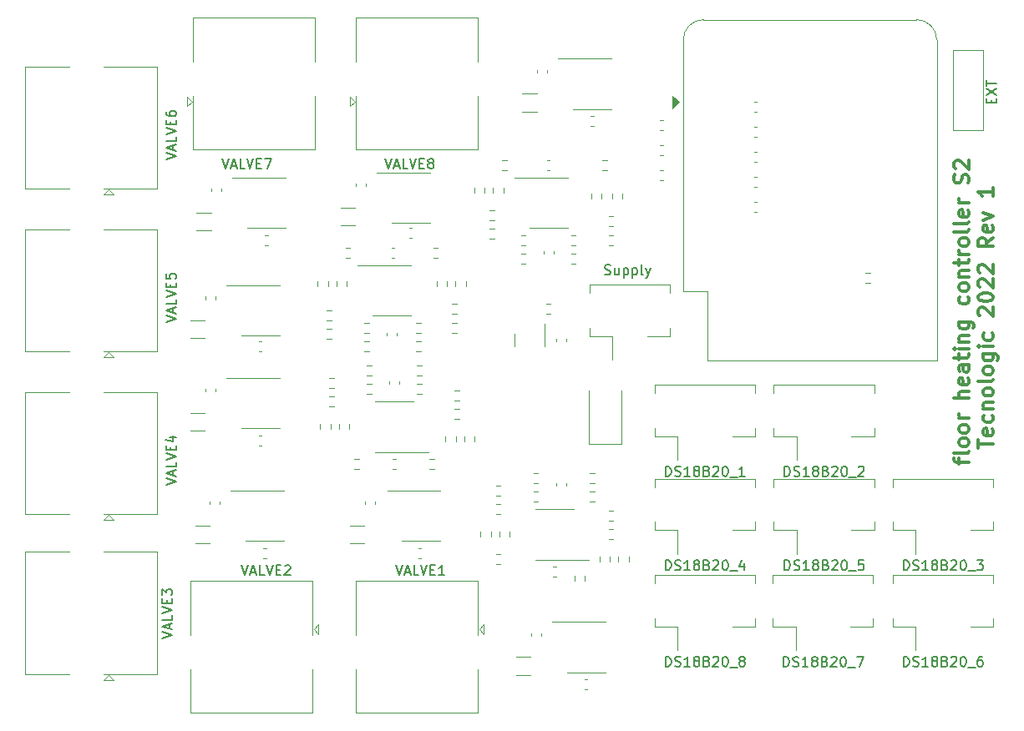
<source format=gbr>
%TF.GenerationSoftware,KiCad,Pcbnew,(6.0.9)*%
%TF.CreationDate,2022-12-08T20:01:15+01:00*%
%TF.ProjectId,floor-heating-controller-s2,666c6f6f-722d-4686-9561-74696e672d63,1*%
%TF.SameCoordinates,Original*%
%TF.FileFunction,Legend,Top*%
%TF.FilePolarity,Positive*%
%FSLAX46Y46*%
G04 Gerber Fmt 4.6, Leading zero omitted, Abs format (unit mm)*
G04 Created by KiCad (PCBNEW (6.0.9)) date 2022-12-08 20:01:15*
%MOMM*%
%LPD*%
G01*
G04 APERTURE LIST*
%ADD10C,0.304800*%
%ADD11C,0.150000*%
%ADD12C,0.120000*%
G04 APERTURE END LIST*
D10*
X141321608Y-133223000D02*
X141321608Y-132642428D01*
X142337608Y-133005285D02*
X141031322Y-133005285D01*
X140886180Y-132932714D01*
X140813608Y-132787571D01*
X140813608Y-132642428D01*
X142337608Y-131916714D02*
X142265037Y-132061857D01*
X142119894Y-132134428D01*
X140813608Y-132134428D01*
X142337608Y-131118428D02*
X142265037Y-131263571D01*
X142192465Y-131336142D01*
X142047322Y-131408714D01*
X141611894Y-131408714D01*
X141466751Y-131336142D01*
X141394180Y-131263571D01*
X141321608Y-131118428D01*
X141321608Y-130900714D01*
X141394180Y-130755571D01*
X141466751Y-130683000D01*
X141611894Y-130610428D01*
X142047322Y-130610428D01*
X142192465Y-130683000D01*
X142265037Y-130755571D01*
X142337608Y-130900714D01*
X142337608Y-131118428D01*
X142337608Y-129739571D02*
X142265037Y-129884714D01*
X142192465Y-129957285D01*
X142047322Y-130029857D01*
X141611894Y-130029857D01*
X141466751Y-129957285D01*
X141394180Y-129884714D01*
X141321608Y-129739571D01*
X141321608Y-129521857D01*
X141394180Y-129376714D01*
X141466751Y-129304142D01*
X141611894Y-129231571D01*
X142047322Y-129231571D01*
X142192465Y-129304142D01*
X142265037Y-129376714D01*
X142337608Y-129521857D01*
X142337608Y-129739571D01*
X142337608Y-128578428D02*
X141321608Y-128578428D01*
X141611894Y-128578428D02*
X141466751Y-128505857D01*
X141394180Y-128433285D01*
X141321608Y-128288142D01*
X141321608Y-128143000D01*
X142337608Y-126473857D02*
X140813608Y-126473857D01*
X142337608Y-125820714D02*
X141539322Y-125820714D01*
X141394180Y-125893285D01*
X141321608Y-126038428D01*
X141321608Y-126256142D01*
X141394180Y-126401285D01*
X141466751Y-126473857D01*
X142265037Y-124514428D02*
X142337608Y-124659571D01*
X142337608Y-124949857D01*
X142265037Y-125095000D01*
X142119894Y-125167571D01*
X141539322Y-125167571D01*
X141394180Y-125095000D01*
X141321608Y-124949857D01*
X141321608Y-124659571D01*
X141394180Y-124514428D01*
X141539322Y-124441857D01*
X141684465Y-124441857D01*
X141829608Y-125167571D01*
X142337608Y-123135571D02*
X141539322Y-123135571D01*
X141394180Y-123208142D01*
X141321608Y-123353285D01*
X141321608Y-123643571D01*
X141394180Y-123788714D01*
X142265037Y-123135571D02*
X142337608Y-123280714D01*
X142337608Y-123643571D01*
X142265037Y-123788714D01*
X142119894Y-123861285D01*
X141974751Y-123861285D01*
X141829608Y-123788714D01*
X141757037Y-123643571D01*
X141757037Y-123280714D01*
X141684465Y-123135571D01*
X141321608Y-122627571D02*
X141321608Y-122047000D01*
X140813608Y-122409857D02*
X142119894Y-122409857D01*
X142265037Y-122337285D01*
X142337608Y-122192142D01*
X142337608Y-122047000D01*
X142337608Y-121539000D02*
X141321608Y-121539000D01*
X140813608Y-121539000D02*
X140886180Y-121611571D01*
X140958751Y-121539000D01*
X140886180Y-121466428D01*
X140813608Y-121539000D01*
X140958751Y-121539000D01*
X141321608Y-120813285D02*
X142337608Y-120813285D01*
X141466751Y-120813285D02*
X141394180Y-120740714D01*
X141321608Y-120595571D01*
X141321608Y-120377857D01*
X141394180Y-120232714D01*
X141539322Y-120160142D01*
X142337608Y-120160142D01*
X141321608Y-118781285D02*
X142555322Y-118781285D01*
X142700465Y-118853857D01*
X142773037Y-118926428D01*
X142845608Y-119071571D01*
X142845608Y-119289285D01*
X142773037Y-119434428D01*
X142265037Y-118781285D02*
X142337608Y-118926428D01*
X142337608Y-119216714D01*
X142265037Y-119361857D01*
X142192465Y-119434428D01*
X142047322Y-119507000D01*
X141611894Y-119507000D01*
X141466751Y-119434428D01*
X141394180Y-119361857D01*
X141321608Y-119216714D01*
X141321608Y-118926428D01*
X141394180Y-118781285D01*
X142265037Y-116241285D02*
X142337608Y-116386428D01*
X142337608Y-116676714D01*
X142265037Y-116821857D01*
X142192465Y-116894428D01*
X142047322Y-116967000D01*
X141611894Y-116967000D01*
X141466751Y-116894428D01*
X141394180Y-116821857D01*
X141321608Y-116676714D01*
X141321608Y-116386428D01*
X141394180Y-116241285D01*
X142337608Y-115370428D02*
X142265037Y-115515571D01*
X142192465Y-115588142D01*
X142047322Y-115660714D01*
X141611894Y-115660714D01*
X141466751Y-115588142D01*
X141394180Y-115515571D01*
X141321608Y-115370428D01*
X141321608Y-115152714D01*
X141394180Y-115007571D01*
X141466751Y-114935000D01*
X141611894Y-114862428D01*
X142047322Y-114862428D01*
X142192465Y-114935000D01*
X142265037Y-115007571D01*
X142337608Y-115152714D01*
X142337608Y-115370428D01*
X141321608Y-114209285D02*
X142337608Y-114209285D01*
X141466751Y-114209285D02*
X141394180Y-114136714D01*
X141321608Y-113991571D01*
X141321608Y-113773857D01*
X141394180Y-113628714D01*
X141539322Y-113556142D01*
X142337608Y-113556142D01*
X141321608Y-113048142D02*
X141321608Y-112467571D01*
X140813608Y-112830428D02*
X142119894Y-112830428D01*
X142265037Y-112757857D01*
X142337608Y-112612714D01*
X142337608Y-112467571D01*
X142337608Y-111959571D02*
X141321608Y-111959571D01*
X141611894Y-111959571D02*
X141466751Y-111887000D01*
X141394180Y-111814428D01*
X141321608Y-111669285D01*
X141321608Y-111524142D01*
X142337608Y-110798428D02*
X142265037Y-110943571D01*
X142192465Y-111016142D01*
X142047322Y-111088714D01*
X141611894Y-111088714D01*
X141466751Y-111016142D01*
X141394180Y-110943571D01*
X141321608Y-110798428D01*
X141321608Y-110580714D01*
X141394180Y-110435571D01*
X141466751Y-110363000D01*
X141611894Y-110290428D01*
X142047322Y-110290428D01*
X142192465Y-110363000D01*
X142265037Y-110435571D01*
X142337608Y-110580714D01*
X142337608Y-110798428D01*
X142337608Y-109419571D02*
X142265037Y-109564714D01*
X142119894Y-109637285D01*
X140813608Y-109637285D01*
X142337608Y-108621285D02*
X142265037Y-108766428D01*
X142119894Y-108839000D01*
X140813608Y-108839000D01*
X142265037Y-107460142D02*
X142337608Y-107605285D01*
X142337608Y-107895571D01*
X142265037Y-108040714D01*
X142119894Y-108113285D01*
X141539322Y-108113285D01*
X141394180Y-108040714D01*
X141321608Y-107895571D01*
X141321608Y-107605285D01*
X141394180Y-107460142D01*
X141539322Y-107387571D01*
X141684465Y-107387571D01*
X141829608Y-108113285D01*
X142337608Y-106734428D02*
X141321608Y-106734428D01*
X141611894Y-106734428D02*
X141466751Y-106661857D01*
X141394180Y-106589285D01*
X141321608Y-106444142D01*
X141321608Y-106299000D01*
X142265037Y-104702428D02*
X142337608Y-104484714D01*
X142337608Y-104121857D01*
X142265037Y-103976714D01*
X142192465Y-103904142D01*
X142047322Y-103831571D01*
X141902180Y-103831571D01*
X141757037Y-103904142D01*
X141684465Y-103976714D01*
X141611894Y-104121857D01*
X141539322Y-104412142D01*
X141466751Y-104557285D01*
X141394180Y-104629857D01*
X141249037Y-104702428D01*
X141103894Y-104702428D01*
X140958751Y-104629857D01*
X140886180Y-104557285D01*
X140813608Y-104412142D01*
X140813608Y-104049285D01*
X140886180Y-103831571D01*
X140958751Y-103251000D02*
X140886180Y-103178428D01*
X140813608Y-103033285D01*
X140813608Y-102670428D01*
X140886180Y-102525285D01*
X140958751Y-102452714D01*
X141103894Y-102380142D01*
X141249037Y-102380142D01*
X141466751Y-102452714D01*
X142337608Y-103323571D01*
X142337608Y-102380142D01*
X143267248Y-131590142D02*
X143267248Y-130719285D01*
X144791248Y-131154714D02*
X143267248Y-131154714D01*
X144718677Y-129630714D02*
X144791248Y-129775857D01*
X144791248Y-130066142D01*
X144718677Y-130211285D01*
X144573534Y-130283857D01*
X143992962Y-130283857D01*
X143847820Y-130211285D01*
X143775248Y-130066142D01*
X143775248Y-129775857D01*
X143847820Y-129630714D01*
X143992962Y-129558142D01*
X144138105Y-129558142D01*
X144283248Y-130283857D01*
X144718677Y-128251857D02*
X144791248Y-128397000D01*
X144791248Y-128687285D01*
X144718677Y-128832428D01*
X144646105Y-128905000D01*
X144500962Y-128977571D01*
X144065534Y-128977571D01*
X143920391Y-128905000D01*
X143847820Y-128832428D01*
X143775248Y-128687285D01*
X143775248Y-128397000D01*
X143847820Y-128251857D01*
X143775248Y-127598714D02*
X144791248Y-127598714D01*
X143920391Y-127598714D02*
X143847820Y-127526142D01*
X143775248Y-127381000D01*
X143775248Y-127163285D01*
X143847820Y-127018142D01*
X143992962Y-126945571D01*
X144791248Y-126945571D01*
X144791248Y-126002142D02*
X144718677Y-126147285D01*
X144646105Y-126219857D01*
X144500962Y-126292428D01*
X144065534Y-126292428D01*
X143920391Y-126219857D01*
X143847820Y-126147285D01*
X143775248Y-126002142D01*
X143775248Y-125784428D01*
X143847820Y-125639285D01*
X143920391Y-125566714D01*
X144065534Y-125494142D01*
X144500962Y-125494142D01*
X144646105Y-125566714D01*
X144718677Y-125639285D01*
X144791248Y-125784428D01*
X144791248Y-126002142D01*
X144791248Y-124623285D02*
X144718677Y-124768428D01*
X144573534Y-124841000D01*
X143267248Y-124841000D01*
X144791248Y-123825000D02*
X144718677Y-123970142D01*
X144646105Y-124042714D01*
X144500962Y-124115285D01*
X144065534Y-124115285D01*
X143920391Y-124042714D01*
X143847820Y-123970142D01*
X143775248Y-123825000D01*
X143775248Y-123607285D01*
X143847820Y-123462142D01*
X143920391Y-123389571D01*
X144065534Y-123317000D01*
X144500962Y-123317000D01*
X144646105Y-123389571D01*
X144718677Y-123462142D01*
X144791248Y-123607285D01*
X144791248Y-123825000D01*
X143775248Y-122010714D02*
X145008962Y-122010714D01*
X145154105Y-122083285D01*
X145226677Y-122155857D01*
X145299248Y-122301000D01*
X145299248Y-122518714D01*
X145226677Y-122663857D01*
X144718677Y-122010714D02*
X144791248Y-122155857D01*
X144791248Y-122446142D01*
X144718677Y-122591285D01*
X144646105Y-122663857D01*
X144500962Y-122736428D01*
X144065534Y-122736428D01*
X143920391Y-122663857D01*
X143847820Y-122591285D01*
X143775248Y-122446142D01*
X143775248Y-122155857D01*
X143847820Y-122010714D01*
X144791248Y-121285000D02*
X143775248Y-121285000D01*
X143267248Y-121285000D02*
X143339820Y-121357571D01*
X143412391Y-121285000D01*
X143339820Y-121212428D01*
X143267248Y-121285000D01*
X143412391Y-121285000D01*
X144718677Y-119906142D02*
X144791248Y-120051285D01*
X144791248Y-120341571D01*
X144718677Y-120486714D01*
X144646105Y-120559285D01*
X144500962Y-120631857D01*
X144065534Y-120631857D01*
X143920391Y-120559285D01*
X143847820Y-120486714D01*
X143775248Y-120341571D01*
X143775248Y-120051285D01*
X143847820Y-119906142D01*
X143412391Y-118164428D02*
X143339820Y-118091857D01*
X143267248Y-117946714D01*
X143267248Y-117583857D01*
X143339820Y-117438714D01*
X143412391Y-117366142D01*
X143557534Y-117293571D01*
X143702677Y-117293571D01*
X143920391Y-117366142D01*
X144791248Y-118237000D01*
X144791248Y-117293571D01*
X143267248Y-116350142D02*
X143267248Y-116205000D01*
X143339820Y-116059857D01*
X143412391Y-115987285D01*
X143557534Y-115914714D01*
X143847820Y-115842142D01*
X144210677Y-115842142D01*
X144500962Y-115914714D01*
X144646105Y-115987285D01*
X144718677Y-116059857D01*
X144791248Y-116205000D01*
X144791248Y-116350142D01*
X144718677Y-116495285D01*
X144646105Y-116567857D01*
X144500962Y-116640428D01*
X144210677Y-116713000D01*
X143847820Y-116713000D01*
X143557534Y-116640428D01*
X143412391Y-116567857D01*
X143339820Y-116495285D01*
X143267248Y-116350142D01*
X143412391Y-115261571D02*
X143339820Y-115189000D01*
X143267248Y-115043857D01*
X143267248Y-114681000D01*
X143339820Y-114535857D01*
X143412391Y-114463285D01*
X143557534Y-114390714D01*
X143702677Y-114390714D01*
X143920391Y-114463285D01*
X144791248Y-115334142D01*
X144791248Y-114390714D01*
X143412391Y-113810142D02*
X143339820Y-113737571D01*
X143267248Y-113592428D01*
X143267248Y-113229571D01*
X143339820Y-113084428D01*
X143412391Y-113011857D01*
X143557534Y-112939285D01*
X143702677Y-112939285D01*
X143920391Y-113011857D01*
X144791248Y-113882714D01*
X144791248Y-112939285D01*
X144791248Y-110254142D02*
X144065534Y-110762142D01*
X144791248Y-111125000D02*
X143267248Y-111125000D01*
X143267248Y-110544428D01*
X143339820Y-110399285D01*
X143412391Y-110326714D01*
X143557534Y-110254142D01*
X143775248Y-110254142D01*
X143920391Y-110326714D01*
X143992962Y-110399285D01*
X144065534Y-110544428D01*
X144065534Y-111125000D01*
X144718677Y-109020428D02*
X144791248Y-109165571D01*
X144791248Y-109455857D01*
X144718677Y-109601000D01*
X144573534Y-109673571D01*
X143992962Y-109673571D01*
X143847820Y-109601000D01*
X143775248Y-109455857D01*
X143775248Y-109165571D01*
X143847820Y-109020428D01*
X143992962Y-108947857D01*
X144138105Y-108947857D01*
X144283248Y-109673571D01*
X143775248Y-108439857D02*
X144791248Y-108077000D01*
X143775248Y-107714142D01*
X144791248Y-105174142D02*
X144791248Y-106045000D01*
X144791248Y-105609571D02*
X143267248Y-105609571D01*
X143484962Y-105754714D01*
X143630105Y-105899857D01*
X143702677Y-106045000D01*
D11*
%TO.C,J2*%
X111570000Y-134442380D02*
X111570000Y-133442380D01*
X111808095Y-133442380D01*
X111950952Y-133490000D01*
X112046190Y-133585238D01*
X112093809Y-133680476D01*
X112141428Y-133870952D01*
X112141428Y-134013809D01*
X112093809Y-134204285D01*
X112046190Y-134299523D01*
X111950952Y-134394761D01*
X111808095Y-134442380D01*
X111570000Y-134442380D01*
X112522380Y-134394761D02*
X112665238Y-134442380D01*
X112903333Y-134442380D01*
X112998571Y-134394761D01*
X113046190Y-134347142D01*
X113093809Y-134251904D01*
X113093809Y-134156666D01*
X113046190Y-134061428D01*
X112998571Y-134013809D01*
X112903333Y-133966190D01*
X112712857Y-133918571D01*
X112617619Y-133870952D01*
X112570000Y-133823333D01*
X112522380Y-133728095D01*
X112522380Y-133632857D01*
X112570000Y-133537619D01*
X112617619Y-133490000D01*
X112712857Y-133442380D01*
X112950952Y-133442380D01*
X113093809Y-133490000D01*
X114046190Y-134442380D02*
X113474761Y-134442380D01*
X113760476Y-134442380D02*
X113760476Y-133442380D01*
X113665238Y-133585238D01*
X113570000Y-133680476D01*
X113474761Y-133728095D01*
X114617619Y-133870952D02*
X114522380Y-133823333D01*
X114474761Y-133775714D01*
X114427142Y-133680476D01*
X114427142Y-133632857D01*
X114474761Y-133537619D01*
X114522380Y-133490000D01*
X114617619Y-133442380D01*
X114808095Y-133442380D01*
X114903333Y-133490000D01*
X114950952Y-133537619D01*
X114998571Y-133632857D01*
X114998571Y-133680476D01*
X114950952Y-133775714D01*
X114903333Y-133823333D01*
X114808095Y-133870952D01*
X114617619Y-133870952D01*
X114522380Y-133918571D01*
X114474761Y-133966190D01*
X114427142Y-134061428D01*
X114427142Y-134251904D01*
X114474761Y-134347142D01*
X114522380Y-134394761D01*
X114617619Y-134442380D01*
X114808095Y-134442380D01*
X114903333Y-134394761D01*
X114950952Y-134347142D01*
X114998571Y-134251904D01*
X114998571Y-134061428D01*
X114950952Y-133966190D01*
X114903333Y-133918571D01*
X114808095Y-133870952D01*
X115760476Y-133918571D02*
X115903333Y-133966190D01*
X115950952Y-134013809D01*
X115998571Y-134109047D01*
X115998571Y-134251904D01*
X115950952Y-134347142D01*
X115903333Y-134394761D01*
X115808095Y-134442380D01*
X115427142Y-134442380D01*
X115427142Y-133442380D01*
X115760476Y-133442380D01*
X115855714Y-133490000D01*
X115903333Y-133537619D01*
X115950952Y-133632857D01*
X115950952Y-133728095D01*
X115903333Y-133823333D01*
X115855714Y-133870952D01*
X115760476Y-133918571D01*
X115427142Y-133918571D01*
X116379523Y-133537619D02*
X116427142Y-133490000D01*
X116522380Y-133442380D01*
X116760476Y-133442380D01*
X116855714Y-133490000D01*
X116903333Y-133537619D01*
X116950952Y-133632857D01*
X116950952Y-133728095D01*
X116903333Y-133870952D01*
X116331904Y-134442380D01*
X116950952Y-134442380D01*
X117570000Y-133442380D02*
X117665238Y-133442380D01*
X117760476Y-133490000D01*
X117808095Y-133537619D01*
X117855714Y-133632857D01*
X117903333Y-133823333D01*
X117903333Y-134061428D01*
X117855714Y-134251904D01*
X117808095Y-134347142D01*
X117760476Y-134394761D01*
X117665238Y-134442380D01*
X117570000Y-134442380D01*
X117474761Y-134394761D01*
X117427142Y-134347142D01*
X117379523Y-134251904D01*
X117331904Y-134061428D01*
X117331904Y-133823333D01*
X117379523Y-133632857D01*
X117427142Y-133537619D01*
X117474761Y-133490000D01*
X117570000Y-133442380D01*
X118093809Y-134537619D02*
X118855714Y-134537619D01*
X119617619Y-134442380D02*
X119046190Y-134442380D01*
X119331904Y-134442380D02*
X119331904Y-133442380D01*
X119236666Y-133585238D01*
X119141428Y-133680476D01*
X119046190Y-133728095D01*
%TO.C,J9*%
X111570000Y-153746380D02*
X111570000Y-152746380D01*
X111808095Y-152746380D01*
X111950952Y-152794000D01*
X112046190Y-152889238D01*
X112093809Y-152984476D01*
X112141428Y-153174952D01*
X112141428Y-153317809D01*
X112093809Y-153508285D01*
X112046190Y-153603523D01*
X111950952Y-153698761D01*
X111808095Y-153746380D01*
X111570000Y-153746380D01*
X112522380Y-153698761D02*
X112665238Y-153746380D01*
X112903333Y-153746380D01*
X112998571Y-153698761D01*
X113046190Y-153651142D01*
X113093809Y-153555904D01*
X113093809Y-153460666D01*
X113046190Y-153365428D01*
X112998571Y-153317809D01*
X112903333Y-153270190D01*
X112712857Y-153222571D01*
X112617619Y-153174952D01*
X112570000Y-153127333D01*
X112522380Y-153032095D01*
X112522380Y-152936857D01*
X112570000Y-152841619D01*
X112617619Y-152794000D01*
X112712857Y-152746380D01*
X112950952Y-152746380D01*
X113093809Y-152794000D01*
X114046190Y-153746380D02*
X113474761Y-153746380D01*
X113760476Y-153746380D02*
X113760476Y-152746380D01*
X113665238Y-152889238D01*
X113570000Y-152984476D01*
X113474761Y-153032095D01*
X114617619Y-153174952D02*
X114522380Y-153127333D01*
X114474761Y-153079714D01*
X114427142Y-152984476D01*
X114427142Y-152936857D01*
X114474761Y-152841619D01*
X114522380Y-152794000D01*
X114617619Y-152746380D01*
X114808095Y-152746380D01*
X114903333Y-152794000D01*
X114950952Y-152841619D01*
X114998571Y-152936857D01*
X114998571Y-152984476D01*
X114950952Y-153079714D01*
X114903333Y-153127333D01*
X114808095Y-153174952D01*
X114617619Y-153174952D01*
X114522380Y-153222571D01*
X114474761Y-153270190D01*
X114427142Y-153365428D01*
X114427142Y-153555904D01*
X114474761Y-153651142D01*
X114522380Y-153698761D01*
X114617619Y-153746380D01*
X114808095Y-153746380D01*
X114903333Y-153698761D01*
X114950952Y-153651142D01*
X114998571Y-153555904D01*
X114998571Y-153365428D01*
X114950952Y-153270190D01*
X114903333Y-153222571D01*
X114808095Y-153174952D01*
X115760476Y-153222571D02*
X115903333Y-153270190D01*
X115950952Y-153317809D01*
X115998571Y-153413047D01*
X115998571Y-153555904D01*
X115950952Y-153651142D01*
X115903333Y-153698761D01*
X115808095Y-153746380D01*
X115427142Y-153746380D01*
X115427142Y-152746380D01*
X115760476Y-152746380D01*
X115855714Y-152794000D01*
X115903333Y-152841619D01*
X115950952Y-152936857D01*
X115950952Y-153032095D01*
X115903333Y-153127333D01*
X115855714Y-153174952D01*
X115760476Y-153222571D01*
X115427142Y-153222571D01*
X116379523Y-152841619D02*
X116427142Y-152794000D01*
X116522380Y-152746380D01*
X116760476Y-152746380D01*
X116855714Y-152794000D01*
X116903333Y-152841619D01*
X116950952Y-152936857D01*
X116950952Y-153032095D01*
X116903333Y-153174952D01*
X116331904Y-153746380D01*
X116950952Y-153746380D01*
X117570000Y-152746380D02*
X117665238Y-152746380D01*
X117760476Y-152794000D01*
X117808095Y-152841619D01*
X117855714Y-152936857D01*
X117903333Y-153127333D01*
X117903333Y-153365428D01*
X117855714Y-153555904D01*
X117808095Y-153651142D01*
X117760476Y-153698761D01*
X117665238Y-153746380D01*
X117570000Y-153746380D01*
X117474761Y-153698761D01*
X117427142Y-153651142D01*
X117379523Y-153555904D01*
X117331904Y-153365428D01*
X117331904Y-153127333D01*
X117379523Y-152936857D01*
X117427142Y-152841619D01*
X117474761Y-152794000D01*
X117570000Y-152746380D01*
X118093809Y-153841619D02*
X118855714Y-153841619D01*
X119236666Y-153174952D02*
X119141428Y-153127333D01*
X119093809Y-153079714D01*
X119046190Y-152984476D01*
X119046190Y-152936857D01*
X119093809Y-152841619D01*
X119141428Y-152794000D01*
X119236666Y-152746380D01*
X119427142Y-152746380D01*
X119522380Y-152794000D01*
X119570000Y-152841619D01*
X119617619Y-152936857D01*
X119617619Y-152984476D01*
X119570000Y-153079714D01*
X119522380Y-153127333D01*
X119427142Y-153174952D01*
X119236666Y-153174952D01*
X119141428Y-153222571D01*
X119093809Y-153270190D01*
X119046190Y-153365428D01*
X119046190Y-153555904D01*
X119093809Y-153651142D01*
X119141428Y-153698761D01*
X119236666Y-153746380D01*
X119427142Y-153746380D01*
X119522380Y-153698761D01*
X119570000Y-153651142D01*
X119617619Y-153555904D01*
X119617619Y-153365428D01*
X119570000Y-153270190D01*
X119522380Y-153222571D01*
X119427142Y-153174952D01*
%TO.C,J14*%
X60942380Y-118813809D02*
X61942380Y-118480476D01*
X60942380Y-118147142D01*
X61656666Y-117861428D02*
X61656666Y-117385238D01*
X61942380Y-117956666D02*
X60942380Y-117623333D01*
X61942380Y-117290000D01*
X61942380Y-116480476D02*
X61942380Y-116956666D01*
X60942380Y-116956666D01*
X60942380Y-116290000D02*
X61942380Y-115956666D01*
X60942380Y-115623333D01*
X61418571Y-115290000D02*
X61418571Y-114956666D01*
X61942380Y-114813809D02*
X61942380Y-115290000D01*
X60942380Y-115290000D01*
X60942380Y-114813809D01*
X60942380Y-113909047D02*
X60942380Y-114385238D01*
X61418571Y-114432857D01*
X61370952Y-114385238D01*
X61323333Y-114290000D01*
X61323333Y-114051904D01*
X61370952Y-113956666D01*
X61418571Y-113909047D01*
X61513809Y-113861428D01*
X61751904Y-113861428D01*
X61847142Y-113909047D01*
X61894761Y-113956666D01*
X61942380Y-114051904D01*
X61942380Y-114290000D01*
X61894761Y-114385238D01*
X61847142Y-114432857D01*
%TO.C,J10*%
X84217190Y-143470380D02*
X84550523Y-144470380D01*
X84883857Y-143470380D01*
X85169571Y-144184666D02*
X85645761Y-144184666D01*
X85074333Y-144470380D02*
X85407666Y-143470380D01*
X85741000Y-144470380D01*
X86550523Y-144470380D02*
X86074333Y-144470380D01*
X86074333Y-143470380D01*
X86741000Y-143470380D02*
X87074333Y-144470380D01*
X87407666Y-143470380D01*
X87741000Y-143946571D02*
X88074333Y-143946571D01*
X88217190Y-144470380D02*
X87741000Y-144470380D01*
X87741000Y-143470380D01*
X88217190Y-143470380D01*
X89169571Y-144470380D02*
X88598142Y-144470380D01*
X88883857Y-144470380D02*
X88883857Y-143470380D01*
X88788619Y-143613238D01*
X88693380Y-143708476D01*
X88598142Y-143756095D01*
%TO.C,J3*%
X123635000Y-134442380D02*
X123635000Y-133442380D01*
X123873095Y-133442380D01*
X124015952Y-133490000D01*
X124111190Y-133585238D01*
X124158809Y-133680476D01*
X124206428Y-133870952D01*
X124206428Y-134013809D01*
X124158809Y-134204285D01*
X124111190Y-134299523D01*
X124015952Y-134394761D01*
X123873095Y-134442380D01*
X123635000Y-134442380D01*
X124587380Y-134394761D02*
X124730238Y-134442380D01*
X124968333Y-134442380D01*
X125063571Y-134394761D01*
X125111190Y-134347142D01*
X125158809Y-134251904D01*
X125158809Y-134156666D01*
X125111190Y-134061428D01*
X125063571Y-134013809D01*
X124968333Y-133966190D01*
X124777857Y-133918571D01*
X124682619Y-133870952D01*
X124635000Y-133823333D01*
X124587380Y-133728095D01*
X124587380Y-133632857D01*
X124635000Y-133537619D01*
X124682619Y-133490000D01*
X124777857Y-133442380D01*
X125015952Y-133442380D01*
X125158809Y-133490000D01*
X126111190Y-134442380D02*
X125539761Y-134442380D01*
X125825476Y-134442380D02*
X125825476Y-133442380D01*
X125730238Y-133585238D01*
X125635000Y-133680476D01*
X125539761Y-133728095D01*
X126682619Y-133870952D02*
X126587380Y-133823333D01*
X126539761Y-133775714D01*
X126492142Y-133680476D01*
X126492142Y-133632857D01*
X126539761Y-133537619D01*
X126587380Y-133490000D01*
X126682619Y-133442380D01*
X126873095Y-133442380D01*
X126968333Y-133490000D01*
X127015952Y-133537619D01*
X127063571Y-133632857D01*
X127063571Y-133680476D01*
X127015952Y-133775714D01*
X126968333Y-133823333D01*
X126873095Y-133870952D01*
X126682619Y-133870952D01*
X126587380Y-133918571D01*
X126539761Y-133966190D01*
X126492142Y-134061428D01*
X126492142Y-134251904D01*
X126539761Y-134347142D01*
X126587380Y-134394761D01*
X126682619Y-134442380D01*
X126873095Y-134442380D01*
X126968333Y-134394761D01*
X127015952Y-134347142D01*
X127063571Y-134251904D01*
X127063571Y-134061428D01*
X127015952Y-133966190D01*
X126968333Y-133918571D01*
X126873095Y-133870952D01*
X127825476Y-133918571D02*
X127968333Y-133966190D01*
X128015952Y-134013809D01*
X128063571Y-134109047D01*
X128063571Y-134251904D01*
X128015952Y-134347142D01*
X127968333Y-134394761D01*
X127873095Y-134442380D01*
X127492142Y-134442380D01*
X127492142Y-133442380D01*
X127825476Y-133442380D01*
X127920714Y-133490000D01*
X127968333Y-133537619D01*
X128015952Y-133632857D01*
X128015952Y-133728095D01*
X127968333Y-133823333D01*
X127920714Y-133870952D01*
X127825476Y-133918571D01*
X127492142Y-133918571D01*
X128444523Y-133537619D02*
X128492142Y-133490000D01*
X128587380Y-133442380D01*
X128825476Y-133442380D01*
X128920714Y-133490000D01*
X128968333Y-133537619D01*
X129015952Y-133632857D01*
X129015952Y-133728095D01*
X128968333Y-133870952D01*
X128396904Y-134442380D01*
X129015952Y-134442380D01*
X129635000Y-133442380D02*
X129730238Y-133442380D01*
X129825476Y-133490000D01*
X129873095Y-133537619D01*
X129920714Y-133632857D01*
X129968333Y-133823333D01*
X129968333Y-134061428D01*
X129920714Y-134251904D01*
X129873095Y-134347142D01*
X129825476Y-134394761D01*
X129730238Y-134442380D01*
X129635000Y-134442380D01*
X129539761Y-134394761D01*
X129492142Y-134347142D01*
X129444523Y-134251904D01*
X129396904Y-134061428D01*
X129396904Y-133823333D01*
X129444523Y-133632857D01*
X129492142Y-133537619D01*
X129539761Y-133490000D01*
X129635000Y-133442380D01*
X130158809Y-134537619D02*
X130920714Y-134537619D01*
X131111190Y-133537619D02*
X131158809Y-133490000D01*
X131254047Y-133442380D01*
X131492142Y-133442380D01*
X131587380Y-133490000D01*
X131635000Y-133537619D01*
X131682619Y-133632857D01*
X131682619Y-133728095D01*
X131635000Y-133870952D01*
X131063571Y-134442380D01*
X131682619Y-134442380D01*
%TO.C,J5*%
X111570000Y-143967380D02*
X111570000Y-142967380D01*
X111808095Y-142967380D01*
X111950952Y-143015000D01*
X112046190Y-143110238D01*
X112093809Y-143205476D01*
X112141428Y-143395952D01*
X112141428Y-143538809D01*
X112093809Y-143729285D01*
X112046190Y-143824523D01*
X111950952Y-143919761D01*
X111808095Y-143967380D01*
X111570000Y-143967380D01*
X112522380Y-143919761D02*
X112665238Y-143967380D01*
X112903333Y-143967380D01*
X112998571Y-143919761D01*
X113046190Y-143872142D01*
X113093809Y-143776904D01*
X113093809Y-143681666D01*
X113046190Y-143586428D01*
X112998571Y-143538809D01*
X112903333Y-143491190D01*
X112712857Y-143443571D01*
X112617619Y-143395952D01*
X112570000Y-143348333D01*
X112522380Y-143253095D01*
X112522380Y-143157857D01*
X112570000Y-143062619D01*
X112617619Y-143015000D01*
X112712857Y-142967380D01*
X112950952Y-142967380D01*
X113093809Y-143015000D01*
X114046190Y-143967380D02*
X113474761Y-143967380D01*
X113760476Y-143967380D02*
X113760476Y-142967380D01*
X113665238Y-143110238D01*
X113570000Y-143205476D01*
X113474761Y-143253095D01*
X114617619Y-143395952D02*
X114522380Y-143348333D01*
X114474761Y-143300714D01*
X114427142Y-143205476D01*
X114427142Y-143157857D01*
X114474761Y-143062619D01*
X114522380Y-143015000D01*
X114617619Y-142967380D01*
X114808095Y-142967380D01*
X114903333Y-143015000D01*
X114950952Y-143062619D01*
X114998571Y-143157857D01*
X114998571Y-143205476D01*
X114950952Y-143300714D01*
X114903333Y-143348333D01*
X114808095Y-143395952D01*
X114617619Y-143395952D01*
X114522380Y-143443571D01*
X114474761Y-143491190D01*
X114427142Y-143586428D01*
X114427142Y-143776904D01*
X114474761Y-143872142D01*
X114522380Y-143919761D01*
X114617619Y-143967380D01*
X114808095Y-143967380D01*
X114903333Y-143919761D01*
X114950952Y-143872142D01*
X114998571Y-143776904D01*
X114998571Y-143586428D01*
X114950952Y-143491190D01*
X114903333Y-143443571D01*
X114808095Y-143395952D01*
X115760476Y-143443571D02*
X115903333Y-143491190D01*
X115950952Y-143538809D01*
X115998571Y-143634047D01*
X115998571Y-143776904D01*
X115950952Y-143872142D01*
X115903333Y-143919761D01*
X115808095Y-143967380D01*
X115427142Y-143967380D01*
X115427142Y-142967380D01*
X115760476Y-142967380D01*
X115855714Y-143015000D01*
X115903333Y-143062619D01*
X115950952Y-143157857D01*
X115950952Y-143253095D01*
X115903333Y-143348333D01*
X115855714Y-143395952D01*
X115760476Y-143443571D01*
X115427142Y-143443571D01*
X116379523Y-143062619D02*
X116427142Y-143015000D01*
X116522380Y-142967380D01*
X116760476Y-142967380D01*
X116855714Y-143015000D01*
X116903333Y-143062619D01*
X116950952Y-143157857D01*
X116950952Y-143253095D01*
X116903333Y-143395952D01*
X116331904Y-143967380D01*
X116950952Y-143967380D01*
X117570000Y-142967380D02*
X117665238Y-142967380D01*
X117760476Y-143015000D01*
X117808095Y-143062619D01*
X117855714Y-143157857D01*
X117903333Y-143348333D01*
X117903333Y-143586428D01*
X117855714Y-143776904D01*
X117808095Y-143872142D01*
X117760476Y-143919761D01*
X117665238Y-143967380D01*
X117570000Y-143967380D01*
X117474761Y-143919761D01*
X117427142Y-143872142D01*
X117379523Y-143776904D01*
X117331904Y-143586428D01*
X117331904Y-143348333D01*
X117379523Y-143157857D01*
X117427142Y-143062619D01*
X117474761Y-143015000D01*
X117570000Y-142967380D01*
X118093809Y-144062619D02*
X118855714Y-144062619D01*
X119522380Y-143300714D02*
X119522380Y-143967380D01*
X119284285Y-142919761D02*
X119046190Y-143634047D01*
X119665238Y-143634047D01*
%TO.C,J17*%
X83116190Y-102217380D02*
X83449523Y-103217380D01*
X83782857Y-102217380D01*
X84068571Y-102931666D02*
X84544761Y-102931666D01*
X83973333Y-103217380D02*
X84306666Y-102217380D01*
X84640000Y-103217380D01*
X85449523Y-103217380D02*
X84973333Y-103217380D01*
X84973333Y-102217380D01*
X85640000Y-102217380D02*
X85973333Y-103217380D01*
X86306666Y-102217380D01*
X86640000Y-102693571D02*
X86973333Y-102693571D01*
X87116190Y-103217380D02*
X86640000Y-103217380D01*
X86640000Y-102217380D01*
X87116190Y-102217380D01*
X87687619Y-102645952D02*
X87592380Y-102598333D01*
X87544761Y-102550714D01*
X87497142Y-102455476D01*
X87497142Y-102407857D01*
X87544761Y-102312619D01*
X87592380Y-102265000D01*
X87687619Y-102217380D01*
X87878095Y-102217380D01*
X87973333Y-102265000D01*
X88020952Y-102312619D01*
X88068571Y-102407857D01*
X88068571Y-102455476D01*
X88020952Y-102550714D01*
X87973333Y-102598333D01*
X87878095Y-102645952D01*
X87687619Y-102645952D01*
X87592380Y-102693571D01*
X87544761Y-102741190D01*
X87497142Y-102836428D01*
X87497142Y-103026904D01*
X87544761Y-103122142D01*
X87592380Y-103169761D01*
X87687619Y-103217380D01*
X87878095Y-103217380D01*
X87973333Y-103169761D01*
X88020952Y-103122142D01*
X88068571Y-103026904D01*
X88068571Y-102836428D01*
X88020952Y-102741190D01*
X87973333Y-102693571D01*
X87878095Y-102645952D01*
%TO.C,J12*%
X60539380Y-150859809D02*
X61539380Y-150526476D01*
X60539380Y-150193142D01*
X61253666Y-149907428D02*
X61253666Y-149431238D01*
X61539380Y-150002666D02*
X60539380Y-149669333D01*
X61539380Y-149336000D01*
X61539380Y-148526476D02*
X61539380Y-149002666D01*
X60539380Y-149002666D01*
X60539380Y-148336000D02*
X61539380Y-148002666D01*
X60539380Y-147669333D01*
X61015571Y-147336000D02*
X61015571Y-147002666D01*
X61539380Y-146859809D02*
X61539380Y-147336000D01*
X60539380Y-147336000D01*
X60539380Y-146859809D01*
X60539380Y-146526476D02*
X60539380Y-145907428D01*
X60920333Y-146240761D01*
X60920333Y-146097904D01*
X60967952Y-146002666D01*
X61015571Y-145955047D01*
X61110809Y-145907428D01*
X61348904Y-145907428D01*
X61444142Y-145955047D01*
X61491761Y-146002666D01*
X61539380Y-146097904D01*
X61539380Y-146383619D01*
X61491761Y-146478857D01*
X61444142Y-146526476D01*
%TO.C,J1*%
X105410285Y-113942761D02*
X105553142Y-113990380D01*
X105791238Y-113990380D01*
X105886476Y-113942761D01*
X105934095Y-113895142D01*
X105981714Y-113799904D01*
X105981714Y-113704666D01*
X105934095Y-113609428D01*
X105886476Y-113561809D01*
X105791238Y-113514190D01*
X105600761Y-113466571D01*
X105505523Y-113418952D01*
X105457904Y-113371333D01*
X105410285Y-113276095D01*
X105410285Y-113180857D01*
X105457904Y-113085619D01*
X105505523Y-113038000D01*
X105600761Y-112990380D01*
X105838857Y-112990380D01*
X105981714Y-113038000D01*
X106838857Y-113323714D02*
X106838857Y-113990380D01*
X106410285Y-113323714D02*
X106410285Y-113847523D01*
X106457904Y-113942761D01*
X106553142Y-113990380D01*
X106696000Y-113990380D01*
X106791238Y-113942761D01*
X106838857Y-113895142D01*
X107315047Y-113323714D02*
X107315047Y-114323714D01*
X107315047Y-113371333D02*
X107410285Y-113323714D01*
X107600761Y-113323714D01*
X107696000Y-113371333D01*
X107743619Y-113418952D01*
X107791238Y-113514190D01*
X107791238Y-113799904D01*
X107743619Y-113895142D01*
X107696000Y-113942761D01*
X107600761Y-113990380D01*
X107410285Y-113990380D01*
X107315047Y-113942761D01*
X108219809Y-113323714D02*
X108219809Y-114323714D01*
X108219809Y-113371333D02*
X108315047Y-113323714D01*
X108505523Y-113323714D01*
X108600761Y-113371333D01*
X108648380Y-113418952D01*
X108696000Y-113514190D01*
X108696000Y-113799904D01*
X108648380Y-113895142D01*
X108600761Y-113942761D01*
X108505523Y-113990380D01*
X108315047Y-113990380D01*
X108219809Y-113942761D01*
X109267428Y-113990380D02*
X109172190Y-113942761D01*
X109124571Y-113847523D01*
X109124571Y-112990380D01*
X109553142Y-113323714D02*
X109791238Y-113990380D01*
X110029333Y-113323714D02*
X109791238Y-113990380D01*
X109696000Y-114228476D01*
X109648380Y-114276095D01*
X109553142Y-114323714D01*
%TO.C,J6*%
X123635000Y-143967380D02*
X123635000Y-142967380D01*
X123873095Y-142967380D01*
X124015952Y-143015000D01*
X124111190Y-143110238D01*
X124158809Y-143205476D01*
X124206428Y-143395952D01*
X124206428Y-143538809D01*
X124158809Y-143729285D01*
X124111190Y-143824523D01*
X124015952Y-143919761D01*
X123873095Y-143967380D01*
X123635000Y-143967380D01*
X124587380Y-143919761D02*
X124730238Y-143967380D01*
X124968333Y-143967380D01*
X125063571Y-143919761D01*
X125111190Y-143872142D01*
X125158809Y-143776904D01*
X125158809Y-143681666D01*
X125111190Y-143586428D01*
X125063571Y-143538809D01*
X124968333Y-143491190D01*
X124777857Y-143443571D01*
X124682619Y-143395952D01*
X124635000Y-143348333D01*
X124587380Y-143253095D01*
X124587380Y-143157857D01*
X124635000Y-143062619D01*
X124682619Y-143015000D01*
X124777857Y-142967380D01*
X125015952Y-142967380D01*
X125158809Y-143015000D01*
X126111190Y-143967380D02*
X125539761Y-143967380D01*
X125825476Y-143967380D02*
X125825476Y-142967380D01*
X125730238Y-143110238D01*
X125635000Y-143205476D01*
X125539761Y-143253095D01*
X126682619Y-143395952D02*
X126587380Y-143348333D01*
X126539761Y-143300714D01*
X126492142Y-143205476D01*
X126492142Y-143157857D01*
X126539761Y-143062619D01*
X126587380Y-143015000D01*
X126682619Y-142967380D01*
X126873095Y-142967380D01*
X126968333Y-143015000D01*
X127015952Y-143062619D01*
X127063571Y-143157857D01*
X127063571Y-143205476D01*
X127015952Y-143300714D01*
X126968333Y-143348333D01*
X126873095Y-143395952D01*
X126682619Y-143395952D01*
X126587380Y-143443571D01*
X126539761Y-143491190D01*
X126492142Y-143586428D01*
X126492142Y-143776904D01*
X126539761Y-143872142D01*
X126587380Y-143919761D01*
X126682619Y-143967380D01*
X126873095Y-143967380D01*
X126968333Y-143919761D01*
X127015952Y-143872142D01*
X127063571Y-143776904D01*
X127063571Y-143586428D01*
X127015952Y-143491190D01*
X126968333Y-143443571D01*
X126873095Y-143395952D01*
X127825476Y-143443571D02*
X127968333Y-143491190D01*
X128015952Y-143538809D01*
X128063571Y-143634047D01*
X128063571Y-143776904D01*
X128015952Y-143872142D01*
X127968333Y-143919761D01*
X127873095Y-143967380D01*
X127492142Y-143967380D01*
X127492142Y-142967380D01*
X127825476Y-142967380D01*
X127920714Y-143015000D01*
X127968333Y-143062619D01*
X128015952Y-143157857D01*
X128015952Y-143253095D01*
X127968333Y-143348333D01*
X127920714Y-143395952D01*
X127825476Y-143443571D01*
X127492142Y-143443571D01*
X128444523Y-143062619D02*
X128492142Y-143015000D01*
X128587380Y-142967380D01*
X128825476Y-142967380D01*
X128920714Y-143015000D01*
X128968333Y-143062619D01*
X129015952Y-143157857D01*
X129015952Y-143253095D01*
X128968333Y-143395952D01*
X128396904Y-143967380D01*
X129015952Y-143967380D01*
X129635000Y-142967380D02*
X129730238Y-142967380D01*
X129825476Y-143015000D01*
X129873095Y-143062619D01*
X129920714Y-143157857D01*
X129968333Y-143348333D01*
X129968333Y-143586428D01*
X129920714Y-143776904D01*
X129873095Y-143872142D01*
X129825476Y-143919761D01*
X129730238Y-143967380D01*
X129635000Y-143967380D01*
X129539761Y-143919761D01*
X129492142Y-143872142D01*
X129444523Y-143776904D01*
X129396904Y-143586428D01*
X129396904Y-143348333D01*
X129444523Y-143157857D01*
X129492142Y-143062619D01*
X129539761Y-143015000D01*
X129635000Y-142967380D01*
X130158809Y-144062619D02*
X130920714Y-144062619D01*
X131635000Y-142967380D02*
X131158809Y-142967380D01*
X131111190Y-143443571D01*
X131158809Y-143395952D01*
X131254047Y-143348333D01*
X131492142Y-143348333D01*
X131587380Y-143395952D01*
X131635000Y-143443571D01*
X131682619Y-143538809D01*
X131682619Y-143776904D01*
X131635000Y-143872142D01*
X131587380Y-143919761D01*
X131492142Y-143967380D01*
X131254047Y-143967380D01*
X131158809Y-143919761D01*
X131111190Y-143872142D01*
%TO.C,J15*%
X60942380Y-102303809D02*
X61942380Y-101970476D01*
X60942380Y-101637142D01*
X61656666Y-101351428D02*
X61656666Y-100875238D01*
X61942380Y-101446666D02*
X60942380Y-101113333D01*
X61942380Y-100780000D01*
X61942380Y-99970476D02*
X61942380Y-100446666D01*
X60942380Y-100446666D01*
X60942380Y-99780000D02*
X61942380Y-99446666D01*
X60942380Y-99113333D01*
X61418571Y-98780000D02*
X61418571Y-98446666D01*
X61942380Y-98303809D02*
X61942380Y-98780000D01*
X60942380Y-98780000D01*
X60942380Y-98303809D01*
X60942380Y-97446666D02*
X60942380Y-97637142D01*
X60990000Y-97732380D01*
X61037619Y-97780000D01*
X61180476Y-97875238D01*
X61370952Y-97922857D01*
X61751904Y-97922857D01*
X61847142Y-97875238D01*
X61894761Y-97827619D01*
X61942380Y-97732380D01*
X61942380Y-97541904D01*
X61894761Y-97446666D01*
X61847142Y-97399047D01*
X61751904Y-97351428D01*
X61513809Y-97351428D01*
X61418571Y-97399047D01*
X61370952Y-97446666D01*
X61323333Y-97541904D01*
X61323333Y-97732380D01*
X61370952Y-97827619D01*
X61418571Y-97875238D01*
X61513809Y-97922857D01*
%TO.C,J4*%
X135700000Y-143967380D02*
X135700000Y-142967380D01*
X135938095Y-142967380D01*
X136080952Y-143015000D01*
X136176190Y-143110238D01*
X136223809Y-143205476D01*
X136271428Y-143395952D01*
X136271428Y-143538809D01*
X136223809Y-143729285D01*
X136176190Y-143824523D01*
X136080952Y-143919761D01*
X135938095Y-143967380D01*
X135700000Y-143967380D01*
X136652380Y-143919761D02*
X136795238Y-143967380D01*
X137033333Y-143967380D01*
X137128571Y-143919761D01*
X137176190Y-143872142D01*
X137223809Y-143776904D01*
X137223809Y-143681666D01*
X137176190Y-143586428D01*
X137128571Y-143538809D01*
X137033333Y-143491190D01*
X136842857Y-143443571D01*
X136747619Y-143395952D01*
X136700000Y-143348333D01*
X136652380Y-143253095D01*
X136652380Y-143157857D01*
X136700000Y-143062619D01*
X136747619Y-143015000D01*
X136842857Y-142967380D01*
X137080952Y-142967380D01*
X137223809Y-143015000D01*
X138176190Y-143967380D02*
X137604761Y-143967380D01*
X137890476Y-143967380D02*
X137890476Y-142967380D01*
X137795238Y-143110238D01*
X137700000Y-143205476D01*
X137604761Y-143253095D01*
X138747619Y-143395952D02*
X138652380Y-143348333D01*
X138604761Y-143300714D01*
X138557142Y-143205476D01*
X138557142Y-143157857D01*
X138604761Y-143062619D01*
X138652380Y-143015000D01*
X138747619Y-142967380D01*
X138938095Y-142967380D01*
X139033333Y-143015000D01*
X139080952Y-143062619D01*
X139128571Y-143157857D01*
X139128571Y-143205476D01*
X139080952Y-143300714D01*
X139033333Y-143348333D01*
X138938095Y-143395952D01*
X138747619Y-143395952D01*
X138652380Y-143443571D01*
X138604761Y-143491190D01*
X138557142Y-143586428D01*
X138557142Y-143776904D01*
X138604761Y-143872142D01*
X138652380Y-143919761D01*
X138747619Y-143967380D01*
X138938095Y-143967380D01*
X139033333Y-143919761D01*
X139080952Y-143872142D01*
X139128571Y-143776904D01*
X139128571Y-143586428D01*
X139080952Y-143491190D01*
X139033333Y-143443571D01*
X138938095Y-143395952D01*
X139890476Y-143443571D02*
X140033333Y-143491190D01*
X140080952Y-143538809D01*
X140128571Y-143634047D01*
X140128571Y-143776904D01*
X140080952Y-143872142D01*
X140033333Y-143919761D01*
X139938095Y-143967380D01*
X139557142Y-143967380D01*
X139557142Y-142967380D01*
X139890476Y-142967380D01*
X139985714Y-143015000D01*
X140033333Y-143062619D01*
X140080952Y-143157857D01*
X140080952Y-143253095D01*
X140033333Y-143348333D01*
X139985714Y-143395952D01*
X139890476Y-143443571D01*
X139557142Y-143443571D01*
X140509523Y-143062619D02*
X140557142Y-143015000D01*
X140652380Y-142967380D01*
X140890476Y-142967380D01*
X140985714Y-143015000D01*
X141033333Y-143062619D01*
X141080952Y-143157857D01*
X141080952Y-143253095D01*
X141033333Y-143395952D01*
X140461904Y-143967380D01*
X141080952Y-143967380D01*
X141700000Y-142967380D02*
X141795238Y-142967380D01*
X141890476Y-143015000D01*
X141938095Y-143062619D01*
X141985714Y-143157857D01*
X142033333Y-143348333D01*
X142033333Y-143586428D01*
X141985714Y-143776904D01*
X141938095Y-143872142D01*
X141890476Y-143919761D01*
X141795238Y-143967380D01*
X141700000Y-143967380D01*
X141604761Y-143919761D01*
X141557142Y-143872142D01*
X141509523Y-143776904D01*
X141461904Y-143586428D01*
X141461904Y-143348333D01*
X141509523Y-143157857D01*
X141557142Y-143062619D01*
X141604761Y-143015000D01*
X141700000Y-142967380D01*
X142223809Y-144062619D02*
X142985714Y-144062619D01*
X143128571Y-142967380D02*
X143747619Y-142967380D01*
X143414285Y-143348333D01*
X143557142Y-143348333D01*
X143652380Y-143395952D01*
X143700000Y-143443571D01*
X143747619Y-143538809D01*
X143747619Y-143776904D01*
X143700000Y-143872142D01*
X143652380Y-143919761D01*
X143557142Y-143967380D01*
X143271428Y-143967380D01*
X143176190Y-143919761D01*
X143128571Y-143872142D01*
%TO.C,J13*%
X60942380Y-135323809D02*
X61942380Y-134990476D01*
X60942380Y-134657142D01*
X61656666Y-134371428D02*
X61656666Y-133895238D01*
X61942380Y-134466666D02*
X60942380Y-134133333D01*
X61942380Y-133800000D01*
X61942380Y-132990476D02*
X61942380Y-133466666D01*
X60942380Y-133466666D01*
X60942380Y-132800000D02*
X61942380Y-132466666D01*
X60942380Y-132133333D01*
X61418571Y-131800000D02*
X61418571Y-131466666D01*
X61942380Y-131323809D02*
X61942380Y-131800000D01*
X60942380Y-131800000D01*
X60942380Y-131323809D01*
X61275714Y-130466666D02*
X61942380Y-130466666D01*
X60894761Y-130704761D02*
X61609047Y-130942857D01*
X61609047Y-130323809D01*
%TO.C,J8*%
X123540000Y-153754380D02*
X123540000Y-152754380D01*
X123778095Y-152754380D01*
X123920952Y-152802000D01*
X124016190Y-152897238D01*
X124063809Y-152992476D01*
X124111428Y-153182952D01*
X124111428Y-153325809D01*
X124063809Y-153516285D01*
X124016190Y-153611523D01*
X123920952Y-153706761D01*
X123778095Y-153754380D01*
X123540000Y-153754380D01*
X124492380Y-153706761D02*
X124635238Y-153754380D01*
X124873333Y-153754380D01*
X124968571Y-153706761D01*
X125016190Y-153659142D01*
X125063809Y-153563904D01*
X125063809Y-153468666D01*
X125016190Y-153373428D01*
X124968571Y-153325809D01*
X124873333Y-153278190D01*
X124682857Y-153230571D01*
X124587619Y-153182952D01*
X124540000Y-153135333D01*
X124492380Y-153040095D01*
X124492380Y-152944857D01*
X124540000Y-152849619D01*
X124587619Y-152802000D01*
X124682857Y-152754380D01*
X124920952Y-152754380D01*
X125063809Y-152802000D01*
X126016190Y-153754380D02*
X125444761Y-153754380D01*
X125730476Y-153754380D02*
X125730476Y-152754380D01*
X125635238Y-152897238D01*
X125540000Y-152992476D01*
X125444761Y-153040095D01*
X126587619Y-153182952D02*
X126492380Y-153135333D01*
X126444761Y-153087714D01*
X126397142Y-152992476D01*
X126397142Y-152944857D01*
X126444761Y-152849619D01*
X126492380Y-152802000D01*
X126587619Y-152754380D01*
X126778095Y-152754380D01*
X126873333Y-152802000D01*
X126920952Y-152849619D01*
X126968571Y-152944857D01*
X126968571Y-152992476D01*
X126920952Y-153087714D01*
X126873333Y-153135333D01*
X126778095Y-153182952D01*
X126587619Y-153182952D01*
X126492380Y-153230571D01*
X126444761Y-153278190D01*
X126397142Y-153373428D01*
X126397142Y-153563904D01*
X126444761Y-153659142D01*
X126492380Y-153706761D01*
X126587619Y-153754380D01*
X126778095Y-153754380D01*
X126873333Y-153706761D01*
X126920952Y-153659142D01*
X126968571Y-153563904D01*
X126968571Y-153373428D01*
X126920952Y-153278190D01*
X126873333Y-153230571D01*
X126778095Y-153182952D01*
X127730476Y-153230571D02*
X127873333Y-153278190D01*
X127920952Y-153325809D01*
X127968571Y-153421047D01*
X127968571Y-153563904D01*
X127920952Y-153659142D01*
X127873333Y-153706761D01*
X127778095Y-153754380D01*
X127397142Y-153754380D01*
X127397142Y-152754380D01*
X127730476Y-152754380D01*
X127825714Y-152802000D01*
X127873333Y-152849619D01*
X127920952Y-152944857D01*
X127920952Y-153040095D01*
X127873333Y-153135333D01*
X127825714Y-153182952D01*
X127730476Y-153230571D01*
X127397142Y-153230571D01*
X128349523Y-152849619D02*
X128397142Y-152802000D01*
X128492380Y-152754380D01*
X128730476Y-152754380D01*
X128825714Y-152802000D01*
X128873333Y-152849619D01*
X128920952Y-152944857D01*
X128920952Y-153040095D01*
X128873333Y-153182952D01*
X128301904Y-153754380D01*
X128920952Y-153754380D01*
X129540000Y-152754380D02*
X129635238Y-152754380D01*
X129730476Y-152802000D01*
X129778095Y-152849619D01*
X129825714Y-152944857D01*
X129873333Y-153135333D01*
X129873333Y-153373428D01*
X129825714Y-153563904D01*
X129778095Y-153659142D01*
X129730476Y-153706761D01*
X129635238Y-153754380D01*
X129540000Y-153754380D01*
X129444761Y-153706761D01*
X129397142Y-153659142D01*
X129349523Y-153563904D01*
X129301904Y-153373428D01*
X129301904Y-153135333D01*
X129349523Y-152944857D01*
X129397142Y-152849619D01*
X129444761Y-152802000D01*
X129540000Y-152754380D01*
X130063809Y-153849619D02*
X130825714Y-153849619D01*
X130968571Y-152754380D02*
X131635238Y-152754380D01*
X131206666Y-153754380D01*
%TO.C,J7*%
X135700000Y-153746380D02*
X135700000Y-152746380D01*
X135938095Y-152746380D01*
X136080952Y-152794000D01*
X136176190Y-152889238D01*
X136223809Y-152984476D01*
X136271428Y-153174952D01*
X136271428Y-153317809D01*
X136223809Y-153508285D01*
X136176190Y-153603523D01*
X136080952Y-153698761D01*
X135938095Y-153746380D01*
X135700000Y-153746380D01*
X136652380Y-153698761D02*
X136795238Y-153746380D01*
X137033333Y-153746380D01*
X137128571Y-153698761D01*
X137176190Y-153651142D01*
X137223809Y-153555904D01*
X137223809Y-153460666D01*
X137176190Y-153365428D01*
X137128571Y-153317809D01*
X137033333Y-153270190D01*
X136842857Y-153222571D01*
X136747619Y-153174952D01*
X136700000Y-153127333D01*
X136652380Y-153032095D01*
X136652380Y-152936857D01*
X136700000Y-152841619D01*
X136747619Y-152794000D01*
X136842857Y-152746380D01*
X137080952Y-152746380D01*
X137223809Y-152794000D01*
X138176190Y-153746380D02*
X137604761Y-153746380D01*
X137890476Y-153746380D02*
X137890476Y-152746380D01*
X137795238Y-152889238D01*
X137700000Y-152984476D01*
X137604761Y-153032095D01*
X138747619Y-153174952D02*
X138652380Y-153127333D01*
X138604761Y-153079714D01*
X138557142Y-152984476D01*
X138557142Y-152936857D01*
X138604761Y-152841619D01*
X138652380Y-152794000D01*
X138747619Y-152746380D01*
X138938095Y-152746380D01*
X139033333Y-152794000D01*
X139080952Y-152841619D01*
X139128571Y-152936857D01*
X139128571Y-152984476D01*
X139080952Y-153079714D01*
X139033333Y-153127333D01*
X138938095Y-153174952D01*
X138747619Y-153174952D01*
X138652380Y-153222571D01*
X138604761Y-153270190D01*
X138557142Y-153365428D01*
X138557142Y-153555904D01*
X138604761Y-153651142D01*
X138652380Y-153698761D01*
X138747619Y-153746380D01*
X138938095Y-153746380D01*
X139033333Y-153698761D01*
X139080952Y-153651142D01*
X139128571Y-153555904D01*
X139128571Y-153365428D01*
X139080952Y-153270190D01*
X139033333Y-153222571D01*
X138938095Y-153174952D01*
X139890476Y-153222571D02*
X140033333Y-153270190D01*
X140080952Y-153317809D01*
X140128571Y-153413047D01*
X140128571Y-153555904D01*
X140080952Y-153651142D01*
X140033333Y-153698761D01*
X139938095Y-153746380D01*
X139557142Y-153746380D01*
X139557142Y-152746380D01*
X139890476Y-152746380D01*
X139985714Y-152794000D01*
X140033333Y-152841619D01*
X140080952Y-152936857D01*
X140080952Y-153032095D01*
X140033333Y-153127333D01*
X139985714Y-153174952D01*
X139890476Y-153222571D01*
X139557142Y-153222571D01*
X140509523Y-152841619D02*
X140557142Y-152794000D01*
X140652380Y-152746380D01*
X140890476Y-152746380D01*
X140985714Y-152794000D01*
X141033333Y-152841619D01*
X141080952Y-152936857D01*
X141080952Y-153032095D01*
X141033333Y-153174952D01*
X140461904Y-153746380D01*
X141080952Y-153746380D01*
X141700000Y-152746380D02*
X141795238Y-152746380D01*
X141890476Y-152794000D01*
X141938095Y-152841619D01*
X141985714Y-152936857D01*
X142033333Y-153127333D01*
X142033333Y-153365428D01*
X141985714Y-153555904D01*
X141938095Y-153651142D01*
X141890476Y-153698761D01*
X141795238Y-153746380D01*
X141700000Y-153746380D01*
X141604761Y-153698761D01*
X141557142Y-153651142D01*
X141509523Y-153555904D01*
X141461904Y-153365428D01*
X141461904Y-153127333D01*
X141509523Y-152936857D01*
X141557142Y-152841619D01*
X141604761Y-152794000D01*
X141700000Y-152746380D01*
X142223809Y-153841619D02*
X142985714Y-153841619D01*
X143652380Y-152746380D02*
X143461904Y-152746380D01*
X143366666Y-152794000D01*
X143319047Y-152841619D01*
X143223809Y-152984476D01*
X143176190Y-153174952D01*
X143176190Y-153555904D01*
X143223809Y-153651142D01*
X143271428Y-153698761D01*
X143366666Y-153746380D01*
X143557142Y-153746380D01*
X143652380Y-153698761D01*
X143700000Y-153651142D01*
X143747619Y-153555904D01*
X143747619Y-153317809D01*
X143700000Y-153222571D01*
X143652380Y-153174952D01*
X143557142Y-153127333D01*
X143366666Y-153127333D01*
X143271428Y-153174952D01*
X143223809Y-153222571D01*
X143176190Y-153317809D01*
%TO.C,J18*%
X144581571Y-96575428D02*
X144581571Y-96242095D01*
X145105380Y-96099238D02*
X145105380Y-96575428D01*
X144105380Y-96575428D01*
X144105380Y-96099238D01*
X144105380Y-95765904D02*
X145105380Y-95099238D01*
X144105380Y-95099238D02*
X145105380Y-95765904D01*
X144105380Y-94861142D02*
X144105380Y-94289714D01*
X145105380Y-94575428D02*
X144105380Y-94575428D01*
%TO.C,J11*%
X68596190Y-143470380D02*
X68929523Y-144470380D01*
X69262857Y-143470380D01*
X69548571Y-144184666D02*
X70024761Y-144184666D01*
X69453333Y-144470380D02*
X69786666Y-143470380D01*
X70120000Y-144470380D01*
X70929523Y-144470380D02*
X70453333Y-144470380D01*
X70453333Y-143470380D01*
X71120000Y-143470380D02*
X71453333Y-144470380D01*
X71786666Y-143470380D01*
X72120000Y-143946571D02*
X72453333Y-143946571D01*
X72596190Y-144470380D02*
X72120000Y-144470380D01*
X72120000Y-143470380D01*
X72596190Y-143470380D01*
X72977142Y-143565619D02*
X73024761Y-143518000D01*
X73120000Y-143470380D01*
X73358095Y-143470380D01*
X73453333Y-143518000D01*
X73500952Y-143565619D01*
X73548571Y-143660857D01*
X73548571Y-143756095D01*
X73500952Y-143898952D01*
X72929523Y-144470380D01*
X73548571Y-144470380D01*
%TO.C,J16*%
X66606190Y-102217380D02*
X66939523Y-103217380D01*
X67272857Y-102217380D01*
X67558571Y-102931666D02*
X68034761Y-102931666D01*
X67463333Y-103217380D02*
X67796666Y-102217380D01*
X68130000Y-103217380D01*
X68939523Y-103217380D02*
X68463333Y-103217380D01*
X68463333Y-102217380D01*
X69130000Y-102217380D02*
X69463333Y-103217380D01*
X69796666Y-102217380D01*
X70130000Y-102693571D02*
X70463333Y-102693571D01*
X70606190Y-103217380D02*
X70130000Y-103217380D01*
X70130000Y-102217380D01*
X70606190Y-102217380D01*
X70939523Y-102217380D02*
X71606190Y-102217380D01*
X71177619Y-103217380D01*
D12*
%TO.C,J2*%
X110485000Y-125180000D02*
X120655000Y-125180000D01*
X112810000Y-130400000D02*
X112810000Y-132790000D01*
X120655000Y-129550000D02*
X120655000Y-130400000D01*
X110485000Y-126030000D02*
X110485000Y-125180000D01*
X120655000Y-125180000D02*
X120655000Y-126030000D01*
X120655000Y-130400000D02*
X118330000Y-130400000D01*
X110485000Y-130400000D02*
X112810000Y-130400000D01*
X110485000Y-129550000D02*
X110485000Y-130400000D01*
%TO.C,R51*%
X94217258Y-107427500D02*
X93742742Y-107427500D01*
X94217258Y-108472500D02*
X93742742Y-108472500D01*
%TO.C,R64*%
X105092500Y-105807742D02*
X105092500Y-106282258D01*
X104047500Y-105807742D02*
X104047500Y-106282258D01*
%TO.C,R27*%
X81296742Y-123175500D02*
X81771258Y-123175500D01*
X81296742Y-124220500D02*
X81771258Y-124220500D01*
%TO.C,C18*%
X84100580Y-111250000D02*
X83819420Y-111250000D01*
X84100580Y-112270000D02*
X83819420Y-112270000D01*
%TO.C,C5*%
X98935000Y-150354420D02*
X98935000Y-150635580D01*
X97915000Y-150354420D02*
X97915000Y-150635580D01*
%TO.C,R25*%
X86851258Y-123175500D02*
X86376742Y-123175500D01*
X86851258Y-124220500D02*
X86376742Y-124220500D01*
%TO.C,U13*%
X85725000Y-108732000D02*
X83775000Y-108732000D01*
X85725000Y-103612000D02*
X87675000Y-103612000D01*
X85725000Y-108732000D02*
X87675000Y-108732000D01*
X85725000Y-103612000D02*
X82275000Y-103612000D01*
%TO.C,J9*%
X110485000Y-145334000D02*
X110485000Y-144484000D01*
X120655000Y-144484000D02*
X120655000Y-145334000D01*
X110485000Y-148854000D02*
X110485000Y-149704000D01*
X110485000Y-149704000D02*
X112810000Y-149704000D01*
X120655000Y-149704000D02*
X118330000Y-149704000D01*
X110485000Y-144484000D02*
X120655000Y-144484000D01*
X112810000Y-149704000D02*
X112810000Y-152094000D01*
X120655000Y-148854000D02*
X120655000Y-149704000D01*
%TO.C,R44*%
X86312742Y-118857500D02*
X86787258Y-118857500D01*
X86312742Y-119902500D02*
X86787258Y-119902500D01*
%TO.C,C7*%
X101475000Y-135114420D02*
X101475000Y-135395580D01*
X100455000Y-135114420D02*
X100455000Y-135395580D01*
%TO.C,R61*%
X94092500Y-105172742D02*
X94092500Y-105647258D01*
X95137500Y-105172742D02*
X95137500Y-105647258D01*
%TO.C,R30*%
X91171500Y-130920258D02*
X91171500Y-130445742D01*
X92216500Y-130920258D02*
X92216500Y-130445742D01*
%TO.C,R35*%
X77707258Y-117587500D02*
X77232742Y-117587500D01*
X77707258Y-118632500D02*
X77232742Y-118632500D01*
%TO.C,C25*%
X120541920Y-105065000D02*
X120823080Y-105065000D01*
X120541920Y-104045000D02*
X120823080Y-104045000D01*
%TO.C,R56*%
X105807742Y-111012500D02*
X106282258Y-111012500D01*
X105807742Y-109967500D02*
X106282258Y-109967500D01*
%TO.C,C12*%
X70344420Y-131320000D02*
X70625580Y-131320000D01*
X70344420Y-130300000D02*
X70625580Y-130300000D01*
%TO.C,R20*%
X77961258Y-127395500D02*
X77486742Y-127395500D01*
X77961258Y-126350500D02*
X77486742Y-126350500D01*
%TO.C,R22*%
X64862064Y-129815000D02*
X63407936Y-129815000D01*
X64862064Y-127995000D02*
X63407936Y-127995000D01*
%TO.C,R10*%
X103902742Y-136002500D02*
X104377258Y-136002500D01*
X103902742Y-137047500D02*
X104377258Y-137047500D01*
%TO.C,C17*%
X120541920Y-102525000D02*
X120823080Y-102525000D01*
X120541920Y-101505000D02*
X120823080Y-101505000D01*
%TO.C,C8*%
X120541920Y-97445000D02*
X120823080Y-97445000D01*
X120541920Y-96425000D02*
X120823080Y-96425000D01*
%TO.C,C29*%
X80135000Y-104761420D02*
X80135000Y-105042580D01*
X81155000Y-104761420D02*
X81155000Y-105042580D01*
%TO.C,R50*%
X88502258Y-112282500D02*
X88027742Y-112282500D01*
X88502258Y-111237500D02*
X88027742Y-111237500D01*
%TO.C,R54*%
X98517064Y-97430000D02*
X97062936Y-97430000D01*
X98517064Y-95610000D02*
X97062936Y-95610000D01*
%TO.C,J14*%
X54570000Y-109370000D02*
X60040000Y-109370000D01*
X60040000Y-121770000D02*
X54570000Y-121770000D01*
X54640000Y-122380000D02*
X55140000Y-121880000D01*
X46640000Y-121770000D02*
X46640000Y-109370000D01*
X55140000Y-121880000D02*
X55640000Y-122380000D01*
X55640000Y-122380000D02*
X54640000Y-122380000D01*
X46640000Y-109370000D02*
X51110000Y-109370000D01*
X46640000Y-121770000D02*
X51110000Y-121770000D01*
X60040000Y-109370000D02*
X60040000Y-121770000D01*
%TO.C,R37*%
X64862064Y-118615000D02*
X63407936Y-118615000D01*
X64862064Y-120435000D02*
X63407936Y-120435000D01*
%TO.C,U9*%
X83820000Y-118130000D02*
X81870000Y-118130000D01*
X83820000Y-113010000D02*
X80370000Y-113010000D01*
X83820000Y-118130000D02*
X85770000Y-118130000D01*
X83820000Y-113010000D02*
X85770000Y-113010000D01*
%TO.C,R46*%
X79262500Y-114697742D02*
X79262500Y-115172258D01*
X78217500Y-114697742D02*
X78217500Y-115172258D01*
%TO.C,C23*%
X83310000Y-120155580D02*
X83310000Y-119874420D01*
X84330000Y-120155580D02*
X84330000Y-119874420D01*
%TO.C,R38*%
X65497064Y-109495000D02*
X64042936Y-109495000D01*
X65497064Y-107675000D02*
X64042936Y-107675000D01*
%TO.C,U2*%
X113367500Y-115715000D02*
X113367500Y-90165000D01*
X115817500Y-122715000D02*
X139067500Y-122715000D01*
X115817500Y-115715000D02*
X115817500Y-122715000D01*
X137017500Y-88115000D02*
X115417500Y-88115000D01*
X113367500Y-115715000D02*
X115817500Y-115715000D01*
X139067500Y-122715000D02*
X139067500Y-90165000D01*
X115417500Y-88115000D02*
G75*
G03*
X113367500Y-90165000I0J-2050000D01*
G01*
X139067500Y-90165000D02*
G75*
G03*
X137017500Y-88115000I-2050000J0D01*
G01*
G36*
X112912500Y-96465000D02*
G01*
X112277500Y-97100000D01*
X112277500Y-95830000D01*
X112912500Y-96465000D01*
G37*
X112912500Y-96465000D02*
X112277500Y-97100000D01*
X112277500Y-95830000D01*
X112912500Y-96465000D01*
%TO.C,R18*%
X94377742Y-143397500D02*
X94852258Y-143397500D01*
X94377742Y-142352500D02*
X94852258Y-142352500D01*
%TO.C,R7*%
X105807742Y-138952500D02*
X106282258Y-138952500D01*
X105807742Y-137907500D02*
X106282258Y-137907500D01*
%TO.C,R17*%
X102347500Y-145017258D02*
X102347500Y-144542742D01*
X103392500Y-145017258D02*
X103392500Y-144542742D01*
%TO.C,U7*%
X70955000Y-140990000D02*
X69005000Y-140990000D01*
X70955000Y-135870000D02*
X72905000Y-135870000D01*
X70955000Y-140990000D02*
X72905000Y-140990000D01*
X70955000Y-135870000D02*
X67505000Y-135870000D01*
%TO.C,C33*%
X120541920Y-106585000D02*
X120823080Y-106585000D01*
X120541920Y-107605000D02*
X120823080Y-107605000D01*
%TO.C,J10*%
X92560000Y-145065000D02*
X92560000Y-150535000D01*
X80160000Y-145065000D02*
X92560000Y-145065000D01*
X92560000Y-158465000D02*
X80160000Y-158465000D01*
X92560000Y-158465000D02*
X92560000Y-153995000D01*
X93170000Y-150465000D02*
X92670000Y-149965000D01*
X92670000Y-149965000D02*
X93170000Y-149465000D01*
X93170000Y-149465000D02*
X93170000Y-150465000D01*
X80160000Y-158465000D02*
X80160000Y-153995000D01*
X80160000Y-150535000D02*
X80160000Y-145065000D01*
%TO.C,R36*%
X89932742Y-117997500D02*
X90407258Y-117997500D01*
X89932742Y-116952500D02*
X90407258Y-116952500D01*
%TO.C,R62*%
X92187500Y-105172742D02*
X92187500Y-105647258D01*
X93232500Y-105172742D02*
X93232500Y-105647258D01*
%TO.C,R15*%
X93867500Y-140572258D02*
X93867500Y-140097742D01*
X92822500Y-140572258D02*
X92822500Y-140097742D01*
%TO.C,C20*%
X70979420Y-109980000D02*
X71260580Y-109980000D01*
X70979420Y-111000000D02*
X71260580Y-111000000D01*
%TO.C,R53*%
X80102064Y-108987000D02*
X78647936Y-108987000D01*
X80102064Y-107167000D02*
X78647936Y-107167000D01*
%TO.C,C27*%
X85584420Y-109218000D02*
X85865580Y-109218000D01*
X85584420Y-110238000D02*
X85865580Y-110238000D01*
%TO.C,R13*%
X107837500Y-143112258D02*
X107837500Y-142637742D01*
X106792500Y-143112258D02*
X106792500Y-142637742D01*
%TO.C,J3*%
X132720000Y-130400000D02*
X130395000Y-130400000D01*
X122550000Y-130400000D02*
X124875000Y-130400000D01*
X122550000Y-125180000D02*
X132720000Y-125180000D01*
X132720000Y-129550000D02*
X132720000Y-130400000D01*
X122550000Y-126030000D02*
X122550000Y-125180000D01*
X132720000Y-125180000D02*
X132720000Y-126030000D01*
X122550000Y-129550000D02*
X122550000Y-130400000D01*
X124875000Y-130400000D02*
X124875000Y-132790000D01*
%TO.C,R24*%
X77961258Y-125490500D02*
X77486742Y-125490500D01*
X77961258Y-124445500D02*
X77486742Y-124445500D01*
%TO.C,R32*%
X77611500Y-129650258D02*
X77611500Y-129175742D01*
X76566500Y-129650258D02*
X76566500Y-129175742D01*
%TO.C,R8*%
X94852258Y-135367500D02*
X94377742Y-135367500D01*
X94852258Y-136412500D02*
X94377742Y-136412500D01*
%TO.C,R29*%
X89266500Y-130920258D02*
X89266500Y-130445742D01*
X90311500Y-130920258D02*
X90311500Y-130445742D01*
%TO.C,R9*%
X104377258Y-135142500D02*
X103902742Y-135142500D01*
X104377258Y-134097500D02*
X103902742Y-134097500D01*
%TO.C,R14*%
X105932500Y-143112258D02*
X105932500Y-142637742D01*
X104887500Y-143112258D02*
X104887500Y-142637742D01*
%TO.C,R34*%
X80026742Y-133745500D02*
X80501258Y-133745500D01*
X80026742Y-132700500D02*
X80501258Y-132700500D01*
%TO.C,R26*%
X86376742Y-125080500D02*
X86851258Y-125080500D01*
X86376742Y-126125500D02*
X86851258Y-126125500D01*
%TO.C,R41*%
X81042742Y-121807500D02*
X81517258Y-121807500D01*
X81042742Y-120762500D02*
X81517258Y-120762500D01*
%TO.C,R58*%
X97392258Y-111012500D02*
X96917742Y-111012500D01*
X97392258Y-109967500D02*
X96917742Y-109967500D01*
%TO.C,R43*%
X86787258Y-120762500D02*
X86312742Y-120762500D01*
X86787258Y-121807500D02*
X86312742Y-121807500D01*
%TO.C,C16*%
X111298080Y-98330000D02*
X111016920Y-98330000D01*
X111298080Y-99350000D02*
X111016920Y-99350000D01*
%TO.C,R65*%
X95012742Y-103392500D02*
X95487258Y-103392500D01*
X95012742Y-102347500D02*
X95487258Y-102347500D01*
%TO.C,C10*%
X83933420Y-133733000D02*
X84214580Y-133733000D01*
X83933420Y-132713000D02*
X84214580Y-132713000D01*
%TO.C,R21*%
X65332064Y-141245000D02*
X63877936Y-141245000D01*
X65332064Y-139425000D02*
X63877936Y-139425000D01*
%TO.C,C6*%
X81075000Y-137019420D02*
X81075000Y-137300580D01*
X82095000Y-137019420D02*
X82095000Y-137300580D01*
%TO.C,R59*%
X102472258Y-112917500D02*
X101997742Y-112917500D01*
X102472258Y-111872500D02*
X101997742Y-111872500D01*
%TO.C,C30*%
X98550000Y-93204420D02*
X98550000Y-93485580D01*
X99570000Y-93204420D02*
X99570000Y-93485580D01*
%TO.C,C13*%
X66385000Y-137019420D02*
X66385000Y-137300580D01*
X65365000Y-137019420D02*
X65365000Y-137300580D01*
%TO.C,R28*%
X81771258Y-126125500D02*
X81296742Y-126125500D01*
X81771258Y-125080500D02*
X81296742Y-125080500D01*
%TO.C,R16*%
X94727500Y-140572258D02*
X94727500Y-140097742D01*
X95772500Y-140572258D02*
X95772500Y-140097742D01*
%TO.C,J5*%
X110485000Y-139925000D02*
X112810000Y-139925000D01*
X110485000Y-139075000D02*
X110485000Y-139925000D01*
X120655000Y-134705000D02*
X120655000Y-135555000D01*
X110485000Y-135555000D02*
X110485000Y-134705000D01*
X120655000Y-139075000D02*
X120655000Y-139925000D01*
X120655000Y-139925000D02*
X118330000Y-139925000D01*
X110485000Y-134705000D02*
X120655000Y-134705000D01*
X112810000Y-139925000D02*
X112810000Y-142315000D01*
%TO.C,R33*%
X88121258Y-133745500D02*
X87646742Y-133745500D01*
X88121258Y-132700500D02*
X87646742Y-132700500D01*
%TO.C,R4*%
X94852258Y-137272500D02*
X94377742Y-137272500D01*
X94852258Y-138317500D02*
X94377742Y-138317500D01*
%TO.C,R12*%
X98662258Y-137047500D02*
X98187742Y-137047500D01*
X98662258Y-136002500D02*
X98187742Y-136002500D01*
%TO.C,R66*%
X105647258Y-102347500D02*
X105172742Y-102347500D01*
X105647258Y-103392500D02*
X105172742Y-103392500D01*
%TO.C,J17*%
X80160000Y-87915000D02*
X80160000Y-92385000D01*
X92560000Y-95845000D02*
X92560000Y-101315000D01*
X80160000Y-87915000D02*
X92560000Y-87915000D01*
X92560000Y-101315000D02*
X80160000Y-101315000D01*
X79550000Y-95915000D02*
X80050000Y-96415000D01*
X80050000Y-96415000D02*
X79550000Y-96915000D01*
X79550000Y-96915000D02*
X79550000Y-95915000D01*
X92560000Y-87915000D02*
X92560000Y-92385000D01*
X80160000Y-101315000D02*
X80160000Y-95845000D01*
%TO.C,R39*%
X77707258Y-119492500D02*
X77232742Y-119492500D01*
X77707258Y-120537500D02*
X77232742Y-120537500D01*
%TO.C,C24*%
X111298080Y-101890000D02*
X111016920Y-101890000D01*
X111298080Y-100870000D02*
X111016920Y-100870000D01*
%TO.C,J12*%
X60040000Y-142130000D02*
X60040000Y-154530000D01*
X46640000Y-142130000D02*
X51110000Y-142130000D01*
X54640000Y-155140000D02*
X55140000Y-154640000D01*
X55140000Y-154640000D02*
X55640000Y-155140000D01*
X55640000Y-155140000D02*
X54640000Y-155140000D01*
X54570000Y-142130000D02*
X60040000Y-142130000D01*
X46640000Y-154530000D02*
X51110000Y-154530000D01*
X46640000Y-154530000D02*
X46640000Y-142130000D01*
X60040000Y-154530000D02*
X54570000Y-154530000D01*
%TO.C,C3*%
X103364420Y-155065000D02*
X103645580Y-155065000D01*
X103364420Y-156085000D02*
X103645580Y-156085000D01*
%TO.C,C19*%
X70344420Y-120775000D02*
X70625580Y-120775000D01*
X70344420Y-121795000D02*
X70625580Y-121795000D01*
%TO.C,C14*%
X65915000Y-125589420D02*
X65915000Y-125870580D01*
X64895000Y-125589420D02*
X64895000Y-125870580D01*
%TO.C,R63*%
X107202500Y-105807742D02*
X107202500Y-106282258D01*
X106157500Y-105807742D02*
X106157500Y-106282258D01*
%TO.C,C26*%
X99835580Y-103380000D02*
X99554420Y-103380000D01*
X99835580Y-102360000D02*
X99554420Y-102360000D01*
%TO.C,J1*%
X103865000Y-115870000D02*
X103865000Y-115020000D01*
X103865000Y-115020000D02*
X112035000Y-115020000D01*
X112035000Y-115020000D02*
X112035000Y-115870000D01*
X112035000Y-120240000D02*
X109710000Y-120240000D01*
X106190000Y-120240000D02*
X106190000Y-122630000D01*
X103865000Y-120240000D02*
X106190000Y-120240000D01*
X112035000Y-119390000D02*
X112035000Y-120240000D01*
X103865000Y-119390000D02*
X103865000Y-120240000D01*
%TO.C,U5*%
X86805000Y-135870000D02*
X83355000Y-135870000D01*
X86805000Y-135870000D02*
X88755000Y-135870000D01*
X86805000Y-140990000D02*
X84855000Y-140990000D01*
X86805000Y-140990000D02*
X88755000Y-140990000D01*
%TO.C,C32*%
X111298080Y-103410000D02*
X111016920Y-103410000D01*
X111298080Y-104430000D02*
X111016920Y-104430000D01*
%TO.C,R57*%
X96917742Y-112917500D02*
X97392258Y-112917500D01*
X96917742Y-111872500D02*
X97392258Y-111872500D01*
%TO.C,J6*%
X122550000Y-139925000D02*
X124875000Y-139925000D01*
X122550000Y-139075000D02*
X122550000Y-139925000D01*
X132720000Y-139075000D02*
X132720000Y-139925000D01*
X122550000Y-135555000D02*
X122550000Y-134705000D01*
X124875000Y-139925000D02*
X124875000Y-142315000D01*
X132720000Y-134705000D02*
X132720000Y-135555000D01*
X122550000Y-134705000D02*
X132720000Y-134705000D01*
X132720000Y-139925000D02*
X130395000Y-139925000D01*
%TO.C,R1*%
X131842742Y-113777500D02*
X132317258Y-113777500D01*
X131842742Y-114822500D02*
X132317258Y-114822500D01*
%TO.C,C22*%
X65530000Y-105269420D02*
X65530000Y-105550580D01*
X66550000Y-105269420D02*
X66550000Y-105550580D01*
%TO.C,U8*%
X70485000Y-129560000D02*
X68535000Y-129560000D01*
X70485000Y-124440000D02*
X67035000Y-124440000D01*
X70485000Y-124440000D02*
X72435000Y-124440000D01*
X70485000Y-129560000D02*
X72435000Y-129560000D01*
%TO.C,R47*%
X89422500Y-114697742D02*
X89422500Y-115172258D01*
X88377500Y-114697742D02*
X88377500Y-115172258D01*
%TO.C,C31*%
X99185000Y-111900580D02*
X99185000Y-111619420D01*
X100205000Y-111900580D02*
X100205000Y-111619420D01*
%TO.C,C2*%
X100189420Y-143635000D02*
X100470580Y-143635000D01*
X100189420Y-144655000D02*
X100470580Y-144655000D01*
%TO.C,R5*%
X97882064Y-152760000D02*
X96427936Y-152760000D01*
X97882064Y-154580000D02*
X96427936Y-154580000D01*
%TO.C,R40*%
X89932742Y-118857500D02*
X90407258Y-118857500D01*
X89932742Y-119902500D02*
X90407258Y-119902500D01*
%TO.C,R23*%
X90186742Y-125715500D02*
X90661258Y-125715500D01*
X90186742Y-126760500D02*
X90661258Y-126760500D01*
%TO.C,J15*%
X54570000Y-92860000D02*
X60040000Y-92860000D01*
X46640000Y-92860000D02*
X51110000Y-92860000D01*
X60040000Y-105260000D02*
X54570000Y-105260000D01*
X54640000Y-105870000D02*
X55140000Y-105370000D01*
X60040000Y-92860000D02*
X60040000Y-105260000D01*
X55140000Y-105370000D02*
X55640000Y-105870000D01*
X46640000Y-105260000D02*
X46640000Y-92860000D01*
X46640000Y-105260000D02*
X51110000Y-105260000D01*
X55640000Y-105870000D02*
X54640000Y-105870000D01*
%TO.C,C28*%
X103999420Y-97915000D02*
X104280580Y-97915000D01*
X103999420Y-98935000D02*
X104280580Y-98935000D01*
%TO.C,C4*%
X86524420Y-141730000D02*
X86805580Y-141730000D01*
X86524420Y-142750000D02*
X86805580Y-142750000D01*
%TO.C,J4*%
X134615000Y-139075000D02*
X134615000Y-139925000D01*
X134615000Y-134705000D02*
X144785000Y-134705000D01*
X144785000Y-139075000D02*
X144785000Y-139925000D01*
X134615000Y-135555000D02*
X134615000Y-134705000D01*
X134615000Y-139925000D02*
X136940000Y-139925000D01*
X144785000Y-134705000D02*
X144785000Y-135555000D01*
X144785000Y-139925000D02*
X142460000Y-139925000D01*
X136940000Y-139925000D02*
X136940000Y-142315000D01*
%TO.C,R19*%
X90186742Y-128665500D02*
X90661258Y-128665500D01*
X90186742Y-127620500D02*
X90661258Y-127620500D01*
%TO.C,J13*%
X55140000Y-138390000D02*
X55640000Y-138890000D01*
X46640000Y-138280000D02*
X46640000Y-125880000D01*
X60040000Y-138280000D02*
X54570000Y-138280000D01*
X46640000Y-138280000D02*
X51110000Y-138280000D01*
X54640000Y-138890000D02*
X55140000Y-138390000D01*
X55640000Y-138890000D02*
X54640000Y-138890000D01*
X60040000Y-125880000D02*
X60040000Y-138280000D01*
X54570000Y-125880000D02*
X60040000Y-125880000D01*
X46640000Y-125880000D02*
X51110000Y-125880000D01*
%TO.C,R42*%
X81517258Y-118857500D02*
X81042742Y-118857500D01*
X81517258Y-119902500D02*
X81042742Y-119902500D01*
%TO.C,J8*%
X132625000Y-148862000D02*
X132625000Y-149712000D01*
X122455000Y-145342000D02*
X122455000Y-144492000D01*
X122455000Y-148862000D02*
X122455000Y-149712000D01*
X122455000Y-144492000D02*
X132625000Y-144492000D01*
X132625000Y-149712000D02*
X130300000Y-149712000D01*
X124780000Y-149712000D02*
X124780000Y-152102000D01*
X132625000Y-144492000D02*
X132625000Y-145342000D01*
X122455000Y-149712000D02*
X124780000Y-149712000D01*
%TO.C,U1*%
X96230000Y-120650000D02*
X96230000Y-121300000D01*
X99350000Y-120650000D02*
X99350000Y-118975000D01*
X96230000Y-120650000D02*
X96230000Y-120000000D01*
X99350000Y-120650000D02*
X99350000Y-121300000D01*
%TO.C,U12*%
X99695000Y-109240000D02*
X101645000Y-109240000D01*
X99695000Y-109240000D02*
X97745000Y-109240000D01*
X99695000Y-104120000D02*
X96245000Y-104120000D01*
X99695000Y-104120000D02*
X101645000Y-104120000D01*
%TO.C,C15*%
X83564000Y-124827420D02*
X83564000Y-125108580D01*
X84584000Y-124827420D02*
X84584000Y-125108580D01*
%TO.C,J7*%
X134615000Y-144484000D02*
X144785000Y-144484000D01*
X134615000Y-148854000D02*
X134615000Y-149704000D01*
X134615000Y-145334000D02*
X134615000Y-144484000D01*
X144785000Y-148854000D02*
X144785000Y-149704000D01*
X134615000Y-149704000D02*
X136940000Y-149704000D01*
X144785000Y-144484000D02*
X144785000Y-145334000D01*
X144785000Y-149704000D02*
X142460000Y-149704000D01*
X136940000Y-149704000D02*
X136940000Y-152094000D01*
%TO.C,U10*%
X70485000Y-120180000D02*
X72435000Y-120180000D01*
X70485000Y-120180000D02*
X68535000Y-120180000D01*
X70485000Y-115060000D02*
X72435000Y-115060000D01*
X70485000Y-115060000D02*
X67035000Y-115060000D01*
%TO.C,R3*%
X105807742Y-139812500D02*
X106282258Y-139812500D01*
X105807742Y-140857500D02*
X106282258Y-140857500D01*
%TO.C,J18*%
X140740000Y-99310000D02*
X140740000Y-91210000D01*
X143740000Y-91210000D02*
X143740000Y-99310000D01*
X140740000Y-99310000D02*
X143740000Y-99310000D01*
X143740000Y-91210000D02*
X140740000Y-91210000D01*
%TO.C,J11*%
X75790000Y-158465000D02*
X63390000Y-158465000D01*
X75900000Y-149965000D02*
X76400000Y-149465000D01*
X63390000Y-158465000D02*
X63390000Y-153995000D01*
X63390000Y-145065000D02*
X75790000Y-145065000D01*
X63390000Y-150535000D02*
X63390000Y-145065000D01*
X76400000Y-150465000D02*
X75900000Y-149965000D01*
X75790000Y-158465000D02*
X75790000Y-153995000D01*
X75790000Y-145065000D02*
X75790000Y-150535000D01*
X76400000Y-149465000D02*
X76400000Y-150465000D01*
%TO.C,C1*%
X100455000Y-120509420D02*
X100455000Y-120790580D01*
X101475000Y-120509420D02*
X101475000Y-120790580D01*
%TO.C,R11*%
X98187742Y-135142500D02*
X98662258Y-135142500D01*
X98187742Y-134097500D02*
X98662258Y-134097500D01*
%TO.C,U6*%
X84074000Y-131973000D02*
X82124000Y-131973000D01*
X84074000Y-131973000D02*
X87524000Y-131973000D01*
X84074000Y-126853000D02*
X86024000Y-126853000D01*
X84074000Y-126853000D02*
X82124000Y-126853000D01*
%TO.C,R55*%
X94217258Y-109332500D02*
X93742742Y-109332500D01*
X94217258Y-110377500D02*
X93742742Y-110377500D01*
%TO.C,C21*%
X64895000Y-116209420D02*
X64895000Y-116490580D01*
X65915000Y-116209420D02*
X65915000Y-116490580D01*
%TO.C,R2*%
X99932258Y-116952500D02*
X99457742Y-116952500D01*
X99932258Y-117997500D02*
X99457742Y-117997500D01*
%TO.C,R52*%
X105807742Y-109107500D02*
X106282258Y-109107500D01*
X105807742Y-108062500D02*
X106282258Y-108062500D01*
%TO.C,R45*%
X76312500Y-114697742D02*
X76312500Y-115172258D01*
X77357500Y-114697742D02*
X77357500Y-115172258D01*
%TO.C,U3*%
X100330000Y-142895000D02*
X103780000Y-142895000D01*
X100330000Y-137775000D02*
X102280000Y-137775000D01*
X100330000Y-137775000D02*
X98380000Y-137775000D01*
X100330000Y-142895000D02*
X98380000Y-142895000D01*
%TO.C,R60*%
X101997742Y-109967500D02*
X102472258Y-109967500D01*
X101997742Y-111012500D02*
X102472258Y-111012500D01*
%TO.C,U11*%
X71120000Y-109240000D02*
X73070000Y-109240000D01*
X71120000Y-104120000D02*
X73070000Y-104120000D01*
X71120000Y-104120000D02*
X67670000Y-104120000D01*
X71120000Y-109240000D02*
X69170000Y-109240000D01*
%TO.C,R6*%
X81042064Y-141245000D02*
X79587936Y-141245000D01*
X81042064Y-139425000D02*
X79587936Y-139425000D01*
%TO.C,D1*%
X107060000Y-131130000D02*
X107060000Y-125730000D01*
X103760000Y-131130000D02*
X103760000Y-125730000D01*
X103760000Y-131130000D02*
X107060000Y-131130000D01*
%TO.C,C9*%
X120541920Y-98965000D02*
X120823080Y-98965000D01*
X120541920Y-99985000D02*
X120823080Y-99985000D01*
%TO.C,U4*%
X103505000Y-154325000D02*
X105455000Y-154325000D01*
X103505000Y-149205000D02*
X100055000Y-149205000D01*
X103505000Y-149205000D02*
X105455000Y-149205000D01*
X103505000Y-154325000D02*
X101555000Y-154325000D01*
%TO.C,R48*%
X90282500Y-114697742D02*
X90282500Y-115172258D01*
X91327500Y-114697742D02*
X91327500Y-115172258D01*
%TO.C,J16*%
X63650000Y-87915000D02*
X76050000Y-87915000D01*
X76050000Y-101315000D02*
X63650000Y-101315000D01*
X76050000Y-95845000D02*
X76050000Y-101315000D01*
X63040000Y-96915000D02*
X63040000Y-95915000D01*
X63040000Y-95915000D02*
X63540000Y-96415000D01*
X63540000Y-96415000D02*
X63040000Y-96915000D01*
X63650000Y-87915000D02*
X63650000Y-92385000D01*
X63650000Y-101315000D02*
X63650000Y-95845000D01*
X76050000Y-87915000D02*
X76050000Y-92385000D01*
%TO.C,C11*%
X70814420Y-141730000D02*
X71095580Y-141730000D01*
X70814420Y-142750000D02*
X71095580Y-142750000D01*
%TO.C,R31*%
X78471500Y-129650258D02*
X78471500Y-129175742D01*
X79516500Y-129650258D02*
X79516500Y-129175742D01*
%TO.C,U14*%
X104140000Y-92055000D02*
X100690000Y-92055000D01*
X104140000Y-97175000D02*
X106090000Y-97175000D01*
X104140000Y-92055000D02*
X106090000Y-92055000D01*
X104140000Y-97175000D02*
X102190000Y-97175000D01*
%TO.C,R49*%
X79137742Y-112282500D02*
X79612258Y-112282500D01*
X79137742Y-111237500D02*
X79612258Y-111237500D01*
%TD*%
M02*

</source>
